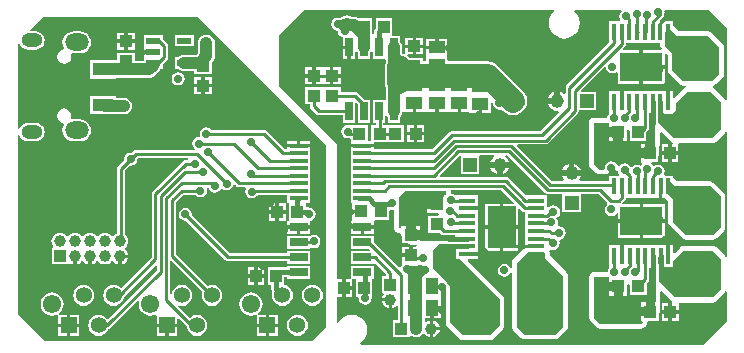
<source format=gbl>
%FSTAX23Y23*%
%MOIN*%
%SFA1B1*%

%IPPOS*%
%ADD12C,0.015748*%
%ADD16C,0.010000*%
%ADD17R,0.039370X0.043307*%
%ADD23R,0.043307X0.055118*%
%ADD24R,0.043307X0.039370*%
%ADD62C,0.039370*%
%ADD63C,0.023622*%
%ADD65C,0.078740*%
%ADD68R,0.053464X0.053464*%
%ADD69C,0.053464*%
%ADD70C,0.061024*%
%ADD71R,0.045275X0.045275*%
%ADD72C,0.045275*%
%ADD73R,0.045275X0.045275*%
%ADD74O,0.078740X0.057087*%
%ADD75O,0.070866X0.045275*%
%ADD76C,0.039370*%
%ADD77R,0.039370X0.039370*%
%ADD78R,0.039370X0.039370*%
%ADD79C,0.027559*%
%ADD80R,0.055118X0.043307*%
%ADD81R,0.025591X0.060039*%
%ADD82R,0.060039X0.025591*%
%ADD83R,0.060157X0.017126*%
%ADD84R,0.096850X0.139764*%
%ADD85R,0.058071X0.017716*%
%ADD86R,0.139764X0.096850*%
%ADD87R,0.017716X0.058071*%
%ADD88R,0.048031X0.023622*%
%ADD89R,0.068898X0.044882*%
%LNlebot-1*%
%LPD*%
G36*
X02041Y01141D02*
X02039Y0114D01*
X02034Y01133*
X02033Y01125*
X02034Y01116*
X02036Y01113*
X02034Y01108*
X02*
Y01038*
X01857Y00896*
X01855Y00891*
X01854Y00886*
Y00868*
X01849Y00866*
X01843Y00871*
X01836Y00873*
Y00842*
X01826*
Y00832*
X01795*
X01798Y00826*
X01803Y00819*
X0181Y00814*
X01818Y0081*
X01826Y00809*
X0183Y0081*
X01833Y00805*
X01769Y00741*
X01474*
X01469Y0074*
X01465Y00738*
X01409Y00681*
X01215*
Y00687*
X01139*
Y00677*
Y00652*
Y00627*
Y00602*
Y00577*
Y00552*
Y00527*
Y00502*
X01143*
Y0048*
X01171*
Y00468*
X01143*
Y00447*
Y00444*
X01139Y00442*
X01139*
Y00427*
X01215*
Y00439*
Y00442*
X01219Y00444*
X01265*
Y00476*
X0127Y0048*
X01274Y00479*
X01278Y0048*
X01282Y00477*
Y00421*
X01283Y00417*
X01283Y00415*
X01287Y00409*
X0129Y00406*
Y00406*
X01296Y00402*
X01302Y00401*
X01306Y00397*
Y00395*
X01308Y00389*
X01309Y00387*
Y00368*
X01327*
X01332Y00365*
X01338Y00363*
X01357*
X01359Y00361*
X01357Y00356*
X01344*
Y00328*
X01338*
Y00322*
X01309*
Y00301*
X01309Y00296*
X01305Y00289*
X01305Y00288*
X013Y00287*
X01215Y00371*
Y00392*
X01139*
Y0035*
X01199*
X01203Y00346*
X01201Y00342*
X01139*
Y003*
X01215*
X0122Y00302*
X01257Y00265*
Y00257*
X01243*
Y00202*
X01246*
X01249Y00197*
X01246Y00194*
X01243Y00187*
X01243Y00186*
X0127*
Y0018*
X01276*
Y00153*
X01277Y00153*
X01284Y00156*
X01289Y00159*
X01294Y00157*
Y00111*
X01279*
Y00056*
X01334*
Y00059*
X01339Y00062*
X01343Y00059*
X0135Y00056*
X01357Y00055*
X01364Y00056*
X01371Y00059*
X01376Y00064*
X01379Y00066*
X01385*
X01387Y00064*
X01393Y00059*
X014Y00056*
X01401Y00056*
Y00083*
Y0011*
X014Y0011*
X01393Y00107*
X01389Y00104*
X01384Y00106*
Y00118*
X01403*
Y00153*
X01409*
Y00159*
X01438*
Y00188*
Y00218*
X01409*
Y0023*
X01443*
X01443Y0023*
X01445Y00229*
X01446Y00228*
X01447Y00226*
X01448Y00225*
X01454Y00219*
Y00102*
X01455Y00096*
X01459Y00091*
X015Y00049*
X01505Y00046*
X01511Y00044*
X01602*
X01608Y00046*
X01613Y00049*
X01646Y00082*
X01649Y00087*
X0165Y00093*
Y00181*
X01649Y00187*
X01646Y00192*
X01528Y0031*
X0153Y00314*
X01562*
Y00325*
X01525*
Y00336*
X01526Y00337*
X01526Y00337*
X01526Y00337*
X01526Y00337*
X01562*
Y0034*
Y00366*
Y00391*
Y00417*
Y00442*
Y00468*
Y00479*
X01525*
Y00491*
X01562*
Y00494*
Y00527*
X01488*
X01484Y00529*
X0148Y00532*
X01472Y00533*
Y00543*
X01472Y00544*
X0164*
X01681Y00503*
X01679Y00499*
X01646*
Y00427*
X01697*
Y00481*
X01701Y00483*
X01709Y00475*
X01713Y00473*
X01718Y00472*
X01719*
Y00442*
Y00417*
Y00391*
Y00363*
X01756*
Y00356*
X01728Y00355*
X01725Y00354*
X01722Y00354*
X01722Y00354*
X01721Y00354*
X01719Y00352*
Y00352*
X01719Y00352*
X01716Y0035*
X0168Y00314*
X01677Y00309*
X01675Y00303*
Y00287*
X01671Y00286*
X0167Y00286*
X01666Y00293*
X01659Y00297*
X0165Y00299*
X01642Y00297*
X01634Y00293*
X0163Y00286*
X01628Y00277*
X0163Y00269*
X01634Y00261*
X01642Y00257*
X0165Y00255*
X01659Y00257*
X01666Y00261*
X0167Y00268*
X01671Y00269*
X01675Y00268*
Y0009*
X01677Y00084*
X0168Y00079*
X01707Y00052*
X01712Y00049*
X01718Y00047*
X0182*
X01827Y00049*
X01832Y00052*
X01857Y00078*
X01861Y00083*
X01862Y00089*
Y00259*
X01861Y00265*
X01857Y00271*
X01801Y00327*
Y00336*
X01801Y00337*
X01801Y00337*
X018Y0034*
X018Y00342*
X01801Y00344*
X01801Y00345*
X01803Y00346*
X01812Y00345*
X0182Y00346*
X01827Y00351*
X01832Y00358*
X01834Y00367*
X01832Y00375*
X01832Y00375*
X01834Y0038*
X01841Y00382*
X01848Y00386*
X01853Y00394*
X01854Y00402*
X01853Y00411*
X01848Y00418*
X01841Y00422*
X01832Y00424*
X0183Y00424*
X01828Y00428*
X01828Y00428*
X01829Y00437*
X01828Y00445*
X01823Y00452*
Y00452*
X01829Y00456*
X01834Y00463*
X01836Y00472*
X01834Y0048*
X01829Y00488*
X01822Y00492*
X01813Y00494*
X01805Y00492*
X01798Y00488*
X01796Y00488*
X01793Y00489*
Y00527*
X01722*
X01664Y00585*
X0166Y00588*
X01655Y00589*
X01435*
X01434Y00593*
X015Y0066*
X01505Y00658*
Y00657*
Y00599*
X01566*
Y00657*
Y0066*
X01571Y00662*
X01614*
X01616Y00657*
X01611Y00653*
X01606Y00646*
X01603Y00639*
X01666*
X01663Y00646*
X01658Y00653*
X01653Y00657*
X01654Y00662*
X0166*
X01786Y00535*
X01791Y00533*
X01796Y00532*
X01843*
Y00473*
X01904*
Y00532*
X01965*
X01993Y00504*
X01992Y00497*
X01991Y00496*
X01986Y00489*
X01984Y00481*
X01986Y00472*
X01991Y00465*
X01998Y0046*
X02006Y00459*
X02015Y0046*
X02022Y00465*
X02024Y00468*
X02029Y00467*
Y00447*
X02101*
Y00497*
X02045*
X02042Y00502*
X02052Y00512*
X02055Y00516*
X02056Y0052*
X02165*
Y00557*
X02177*
Y0052*
X02183*
X02183Y00519*
X02184Y00519*
X02184Y00519*
X02187Y00516*
X02187Y00516*
X02187Y00516*
X02196Y00507*
Y00438*
X02197Y00432*
X02201Y00427*
X02243Y00385*
X02248Y00381*
X02254Y0038*
X02347*
X02353Y00381*
X02358Y00385*
X02382Y00408*
X02385Y00414*
X02387Y0042*
Y00524*
X02385Y0053*
X02382Y00535*
X02347Y0057*
X02342Y00573*
X02336Y00575*
X02226*
X02215Y00586*
X02213Y00587*
Y00593*
X02184*
X02181Y00598*
X02182Y00599*
X02184Y00608*
X02182Y00616*
X02178Y00623*
X0217Y00628*
X02162Y0063*
X02153Y00628*
X0215Y00626*
X02146Y00624*
X02144Y00627*
X02141Y00631*
X0214Y00632*
X02141Y00637*
X02141Y00637*
X02143Y00638*
X02163*
Y00657*
X02166Y00662*
X02167Y00668*
Y00692*
X02168Y00693*
X02169Y00699*
Y00736*
X02174Y00738*
X02206Y00706*
X02211Y00702*
X02211Y00702*
X02209Y00697*
X02208*
Y00674*
X0223*
Y00696*
Y00697*
X02233Y00701*
X02343*
X02349Y00702*
X02355Y00706*
X02384Y00735*
X02387Y0074*
X02388Y0074*
X02392Y00738*
Y00324*
X02388Y00323*
X02387Y00323*
X02384Y00328*
X02357Y00355*
X02352Y00358*
X02345Y0036*
X02249*
X02242Y00358*
X02237Y00355*
X02234Y0035*
X02218Y00334*
X02213Y00336*
Y00362*
X02202*
Y00325*
X02196*
Y00325*
X02195Y00328*
X02195Y0033*
X02195Y00331*
X02194Y00332*
X02193Y00334*
X02192Y00336*
X02191Y00336*
X02191Y00337*
X0219Y00337*
Y00362*
X02049*
Y00325*
X02037*
Y00362*
X02*
Y00288*
X01999Y00284*
X01996Y0028*
X01994Y00272*
X01949*
X01943Y00271*
X01938Y00267*
X01934Y00262*
X01933Y00256*
Y00118*
X01934Y00112*
X01938Y00107*
X01958Y00087*
X01963Y00084*
X01969Y00082*
X02107*
X02113Y00084*
X02118Y00087*
X02123Y00092*
X02126Y00097*
X02127Y00103*
X02127Y00104*
X0213Y00107*
X02136*
X02142Y00109*
X02144Y0011*
X02164*
Y00129*
X02167Y00133*
X02168Y00139*
Y00164*
X02169Y00165*
X0217Y00171*
Y00206*
X02175Y00208*
X02208Y00175*
X0221Y00174*
X02209Y00172*
Y00145*
X02231*
Y00165*
Y00169*
X02235Y0017*
X02345*
X02352Y00172*
X02357Y00175*
X02384Y00202*
X02387Y00207*
X02388Y00207*
X02392Y00206*
Y0011*
X02312Y0003*
X01171*
X01169Y00035*
X01178Y00042*
X01186Y00052*
X01191Y00065*
X01193Y00078*
X01191Y00092*
X01186Y00104*
X01178Y00115*
X01167Y00123*
X01155Y00128*
X01141Y0013*
X01128Y00128*
X01115Y00123*
X01105Y00115*
X01097Y00104*
X01096Y00103*
X01091Y00104*
Y00188*
X0111*
Y00218*
Y00248*
X01091*
Y007*
X00899Y00892*
Y01062*
X00961Y01125*
X00983Y01146*
X01816*
X01817Y01141*
X01813Y01138*
X01805Y01128*
X018Y01115*
X01798Y01102*
X018Y01089*
X01805Y01076*
X01813Y01065*
X01824Y01057*
X01837Y01052*
X0185Y0105*
X01863Y01052*
X01876Y01057*
X01886Y01065*
X01895Y01076*
X019Y01089*
X01902Y01102*
X019Y01115*
X01895Y01128*
X01886Y01138*
X01882Y01141*
X01884Y01146*
X02039*
X02041Y01141*
G37*
G36*
X00629Y01123D02*
X0075Y01001D01*
X00891Y00859*
X01055Y00695*
Y00089*
X01008Y00043*
X00118*
X00028Y00132*
Y00728*
X00033Y00729*
X00035Y00723*
X0004Y00717*
X00047Y00712*
X00054Y00709*
X00062Y00708*
X00088*
X00096Y00709*
X00103Y00712*
X00109Y00717*
X00114Y00723*
X00117Y0073*
X00118Y00738*
X00117Y00746*
X00114Y00754*
X00109Y0076*
X00103Y00765*
X00096Y00768*
X00088Y00769*
X00062*
X00054Y00768*
X00047Y00765*
X0004Y0076*
X00035Y00754*
X00033Y00748*
X00028Y00749*
Y01033*
X00033Y01034*
X00035Y01028*
X0004Y01022*
X00047Y01017*
X00054Y01014*
X00062Y01013*
X00088*
X00096Y01014*
X00103Y01017*
X00109Y01022*
X00114Y01028*
X00117Y01036*
X00118Y01044*
X00117Y01052*
X00114Y01059*
X00109Y01065*
X00103Y0107*
X00096Y01073*
X00088Y01074*
X00072*
X0007Y01079*
X00114Y01123*
X00629*
G37*
G36*
X02226Y01058D02*
X0233D01*
X02367Y01021*
Y00932*
X02344Y00909*
X02246*
X0221Y00944*
Y01002*
X02187Y01026*
Y01034*
Y01059*
X02187Y0106*
X02188Y01086*
X02198*
X02226Y01058*
G37*
G36*
X0217Y01026D02*
D01*
X02172Y0102*
X02174Y01017*
X02172Y01012*
X02112*
Y00961*
X02184*
Y01*
X02188Y01002*
X02194Y00996*
Y00944*
X02195Y00938*
X02199Y00933*
X02234Y00898*
X02239Y00894*
X02246Y00893*
X02256*
X02257Y00888*
X02254Y00887*
X02249Y00884*
X02217Y00852*
X02212Y00854*
Y00876*
X02201*
Y0084*
X02192*
X0219Y00842*
X02189Y00843*
Y00876*
X02048*
Y0084*
X02036*
Y00876*
X02*
Y00803*
X01998Y00798*
X01995Y00794*
X01993Y00786*
X01948*
X01942Y00785*
X01937Y00782*
X01933Y00776*
X01932Y0077*
Y00632*
X01933Y00626*
X01937Y00621*
X01957Y00601*
X01962Y00598*
X01968Y00597*
X01983*
X01984Y00597*
X01984Y00597*
X01987Y00597*
X01989Y00598*
X0199Y00598*
X0199Y00599*
X01992Y006*
X01994Y00601*
X01995Y00602*
X01995Y00603*
X01998Y00606*
X01999Y00607*
X01999Y00608*
X02Y0061*
X02001Y00612*
X02001Y00613*
X02002Y00613*
Y00616*
X02002Y00618*
X02002Y00619*
Y00619*
X02002Y00622*
X02003Y00624*
X02005Y00625*
X02007Y00625*
X0201Y00625*
X02011Y00624*
X02013Y00621*
X02015Y00617*
X02019Y00613*
X02025Y0061*
X02029Y00609*
X0203Y00603*
X02033Y00598*
X02031Y00593*
X02*
Y00576*
X01901*
X01898Y00581*
X01902Y00585*
X01905Y00592*
X01874*
X01842*
X01845Y00585*
X01849Y00581*
X01846Y00576*
X01809*
X01692Y00693*
X01694Y00697*
X01788*
X01793Y00698*
X01797Y00701*
X01895Y00798*
X01897Y00803*
X01898Y00808*
Y00812*
X01955*
Y00873*
X01906*
X01905Y00877*
X01984Y00956*
X01989Y00954*
X0199Y00948*
X01995Y00941*
X02002Y00936*
X0201Y00934*
X02019Y00936*
X02023Y00939*
X02028Y00936*
Y00899*
X021*
Y00955*
Y01012*
X02045*
X02044Y01016*
X02051Y01024*
X02054Y01028*
X02055Y01033*
Y01034*
X0217*
Y01026*
G37*
G36*
X02392Y01085D02*
Y00846D01*
X02388Y00844*
X02387Y00844*
X02384Y00849*
X02349Y00884*
X02344Y00887*
X02344Y00893*
X02344Y00893*
X0235Y00894*
X02355Y00898*
X02378Y0092*
X02381Y00925*
X02383Y00932*
Y01021*
X02381Y01027*
X02378Y01033*
X02342Y01069*
X02336Y01072*
X0233Y01074*
X02233*
X02212Y01094*
Y01108*
X02172*
X0217Y01112*
X02179Y01121*
X02182Y01126*
X02183Y01131*
X02183Y01132*
X02184Y01137*
X02183Y01141*
X02187Y01146*
X02331*
X02392Y01085*
G37*
G36*
X02373Y00838D02*
Y00746D01*
X02343Y00717*
X02217*
X02169Y00765*
Y00801*
X02168Y00807*
X02164Y00812*
X02161Y00814*
Y00837*
X0217Y0084*
X02179Y00831*
Y00803*
X0218*
X02184Y00799*
X02208*
X02212Y00803*
X02212*
Y00803*
X02221Y00812*
Y00833*
X0226Y00873*
X02338*
X02373Y00838*
G37*
G36*
X02153Y00699D02*
X02151D01*
Y00668*
X02135*
Y00652*
X02106*
Y00636*
X02108*
X0211Y00632*
X0211Y00631*
X02105Y00624*
X02099Y00628*
X02091Y0063*
X02083Y00628*
X02075Y00623*
X02075Y00623*
X02069*
X02066Y00627*
X02059Y00632*
X02051Y00634*
X02042Y00632*
X02035Y00627*
X02033Y00625*
X02028Y00626*
X02028Y00628*
X02023Y00635*
X02016Y0064*
X02007Y00642*
X01999Y0064*
X01992Y00635*
X01987Y00628*
X01985Y0062*
X01986Y00617*
X01983Y00613*
X01968*
X01948Y00632*
Y0077*
X01999*
Y00754*
X02029*
Y00739*
X02044*
Y00707*
X02058*
Y00744*
X02063Y00746*
X02068Y00741*
Y00709*
X02123*
Y00738*
X02128Y00743*
X02131Y00747*
X02132Y00752*
Y00801*
X02153*
Y00699*
G37*
G36*
X02219Y00559D02*
X02336D01*
X02371Y00524*
Y0042*
X02347Y00396*
X02254*
X02212Y00438*
Y00513*
X02198Y00527*
X02196Y0053*
X02199Y00573*
X02203Y00574*
X02219Y00559*
G37*
G36*
X01455Y00528D02*
X0144D01*
Y00498*
X01425*
Y00482*
X01393*
Y00468*
X0143*
X01431Y00464*
X01426Y00459*
X01395*
Y00403*
X01434*
X01438Y00399*
X01443Y00396*
X01448Y00395*
X01486*
Y00374*
X0137*
Y00379*
X01338*
Y00395*
X01322*
Y00425*
X01306*
Y00419*
X01302Y00417*
X01298Y00421*
Y00522*
X01319Y00543*
X01455*
Y00528*
G37*
G36*
X02373Y00316D02*
Y00214D01*
X02345Y00187*
X02219*
X0217Y00235*
Y00286*
X02169Y00292*
X02165Y00298*
X02162Y003*
Y00323*
X02166Y00326*
X0218Y00325*
Y00288*
X02213*
Y00307*
X02249Y00342*
Y00343*
X02345*
X02373Y00316*
G37*
G36*
X02154Y00171D02*
X02152D01*
Y00139*
X02136*
Y00124*
X02107*
Y00108*
X02109*
X02111Y00103*
X02107Y00098*
X01969*
X01949Y00118*
Y00256*
X01995*
X02Y00255*
Y00239*
X0203*
Y00224*
X02045*
Y00192*
X02059*
Y0023*
X02064Y00232*
X02069Y00227*
Y00194*
X02124*
Y00233*
X02129Y00237*
X02132Y00242*
X02133Y00247*
Y00286*
X02154*
Y00171*
G37*
G36*
X01785Y00336D02*
Y0032D01*
X01846Y00259*
Y00089*
X0182Y00063*
X01718*
X01691Y0009*
Y00303*
X01728Y00339*
X01781Y0034*
X01785Y00336*
G37*
G36*
X01518Y00352D02*
X01515Y00348D01*
X01488*
Y00314*
X015*
X01634Y00181*
Y00093*
X01602Y00061*
X01511*
X0147Y00102*
Y00226*
X01459Y00236*
X01458Y00239*
X01456Y0024*
X01438Y00257*
Y00259*
X01437*
X01411Y00285*
Y00343*
X01425Y00357*
X01486*
X01492Y00359*
X01497Y00362*
X01499Y00366*
X01517*
X01518Y00352*
G37*
%LNlebot-2*%
%LPC*%
G36*
X01125Y01128D02*
X01117Y01126D01*
X0111Y01121*
X0111Y01121*
X01106Y01121*
X01101Y01119*
X01094Y0112*
X01086Y01118*
X01078Y01114*
X01074Y01106*
X01072Y01098*
X01074Y01089*
X01078Y01082*
X01086Y01078*
X01093Y01076*
X01094Y01074*
X01096Y01073*
X01097Y01066*
X01102Y01059*
X01109Y01054*
X01111Y01054*
Y01026*
X01132*
Y01021*
X01138*
Y00983*
X01152*
Y01006*
X01157Y01007*
X01158Y01007*
X01161Y01002*
Y00983*
X01202*
Y01002*
X01206Y01007*
X01206Y01007*
X01211Y01006*
Y00983*
X01252*
X01254Y00978*
Y00969*
X01253Y00966*
X01251Y00954*
Y00904*
X01253Y00892*
X01254Y00889*
Y00849*
X01252Y00845*
X01249*
X01211*
Y00769*
X01221*
Y00763*
X01206*
Y0071*
X01194*
Y00763*
X01139*
X01134Y00761*
X01129Y00762*
X0112Y00761*
X01113Y00756*
X01108Y00749*
X01107Y0074*
X01108Y00732*
X01113Y00725*
X0112Y0072*
X01129Y00718*
X01134Y00719*
X01139Y00716*
X01139Y00716*
Y0071*
X01139*
Y00699*
X01215*
Y00704*
X01314*
Y00763*
X01247*
Y00769*
X01252*
Y00793*
X01257Y00794*
X01258Y00793*
X01261Y00789*
Y00769*
X01302*
Y00789*
X01306Y00793*
X01309Y008*
X01309Y00806*
X01314Y00806*
X01344*
Y00836*
X01356*
Y00806*
X01384*
X01385*
X01389*
X0139*
X01419*
Y00836*
X01431*
Y00806*
X01459*
X0146*
X01464*
X01465*
X01494*
Y00836*
X01505*
Y00806*
X01531*
X01535Y00803*
X01539*
X01564*
Y00832*
X01576*
Y00803*
X01606*
Y00836*
X01611Y00839*
X01612Y00838*
X01611Y00836*
X01613Y00827*
X01618Y0082*
X01625Y00815*
X01633Y00813*
X01639Y00815*
X01645Y00808*
X01655Y00801*
X01666Y00796*
X01679Y00794*
X01691Y00796*
X01702Y00801*
X01712Y00808*
X0172Y00818*
X01722Y00823*
X01725Y00827*
X01726Y00836*
X01726Y00838*
X01726Y00842*
X01725Y00854*
X0172Y00866*
X01712Y00876*
X01693Y00895*
X01628Y0096*
X01618Y00967*
X01607Y00972*
X01595Y00974*
X01464*
X0146Y00977*
Y00991*
Y00996*
Y01015*
X01425*
X01389*
Y00996*
Y00991*
Y00986*
Y00974*
X01379*
Y00985*
X01334*
X01332Y00987*
X01326Y00992*
X01328Y00997*
X01344*
Y01019*
X0132*
Y01001*
X01315Y00998*
X01311Y01*
X0131Y01*
Y01021*
X01309Y01028*
X01306Y01034*
X01302Y01039*
Y01058*
X01276*
Y01117*
X01221*
Y01083*
X0122Y01082*
X01217Y01077*
X01216Y01071*
Y01063*
X01215Y01063*
X01214Y01063*
X0121Y01065*
Y01087*
X01209Y01089*
Y01117*
X01164*
X01163Y01118*
X01156Y01121*
X01149Y01122*
X01141*
X01134Y01126*
X01125Y01128*
G37*
G36*
X01379Y01052D02*
X01356D01*
Y0103*
X01379*
Y01052*
G37*
G36*
X01344D02*
X0132D01*
Y0103*
X01344*
Y01052*
G37*
G36*
X0146Y0105D02*
X01431D01*
Y01026*
X0146*
Y0105*
G37*
G36*
X01419D02*
X01389D01*
Y01026*
X01419*
Y0105*
G37*
G36*
X01379Y01019D02*
X01356D01*
Y00997*
X01379*
Y01019*
G37*
G36*
X01126Y01015D02*
X01111D01*
Y00983*
X01126*
Y01015*
G37*
G36*
X01009Y00954D02*
X00986D01*
Y00932*
X01009*
Y00954*
G37*
G36*
X0108D02*
Y00932D01*
X01104*
Y00954*
X0108*
G37*
G36*
X01104Y0092D02*
X0108D01*
Y00899*
X01104*
Y0092*
G37*
G36*
X01009D02*
X00986D01*
Y00899*
X01009*
Y0092*
G37*
G36*
X01045Y00954D02*
X0104D01*
X01021*
Y00926*
X01015*
X01021*
Y00899*
X0104*
X01045*
X0105*
X01068*
Y00926*
Y00954*
X0105*
X01045*
G37*
G36*
X01816Y00873D02*
X0181Y00871D01*
X01803Y00865*
X01798Y00858*
X01795Y00852*
X01816*
Y00873*
G37*
G36*
X01045Y00887D02*
D01*
X00986*
Y00832*
X01002*
Y00824*
X01003Y00819*
X01006Y00814*
X01023Y00798*
X01027Y00795*
X01032Y00794*
X01111*
Y00769*
X01152*
Y00835*
X01157Y00837*
X01161Y00833*
Y00769*
X01202*
Y00845*
X01186*
X01162Y00868*
X01158Y00871*
X01153Y00872*
X01104*
Y00887*
X0105*
X01045*
G37*
G36*
X01381Y00763D02*
X0136D01*
Y00739*
X01381*
Y00763*
G37*
G36*
X01348D02*
X01326D01*
Y00739*
X01348*
Y00763*
G37*
G36*
X01381Y00727D02*
X0136D01*
Y00704*
X01381*
Y00727*
G37*
G36*
X01348D02*
X01326D01*
Y00704*
X01348*
Y00727*
G37*
G36*
X02196Y00697D02*
X02175D01*
Y00674*
X02196*
Y00697*
G37*
G36*
X0223Y00662D02*
X02208D01*
Y00638*
X0223*
Y00662*
G37*
G36*
X02196D02*
X02175D01*
Y00638*
X02196*
Y00662*
G37*
G36*
X01666Y0062D02*
X01644D01*
Y00598*
X01651Y00601*
X01658Y00606*
X01663Y00613*
X01666Y0062*
G37*
G36*
X01625D02*
X01603D01*
X01606Y00613*
X01611Y00606*
X01618Y00601*
X01625Y00598*
Y0062*
G37*
G36*
X02185Y00497D02*
X02113D01*
Y00447*
X02185*
Y00497*
G37*
G36*
X01635Y00499D02*
X01584D01*
Y00427*
X01635*
Y00499*
G37*
G36*
X01215Y00415D02*
X01183D01*
Y004*
X01215*
Y00415*
G37*
G36*
X01171D02*
X01139D01*
Y004*
X01171*
Y00415*
G37*
G36*
X02185Y00435D02*
X02113D01*
Y00385*
X02185*
Y00435*
G37*
G36*
X02101D02*
X02029D01*
Y00385*
X02101*
Y00435*
G37*
G36*
X01697Y00415D02*
X01646D01*
Y00343*
X01697*
Y00415*
G37*
G36*
X01635D02*
X01584D01*
Y00343*
X01635*
Y00415*
G37*
G36*
X01332Y00356D02*
X01309D01*
Y00334*
X01332*
Y00356*
G37*
G36*
X01143Y00212D02*
X01122D01*
Y00188*
X01143*
Y00212*
G37*
G36*
X01215Y00292D02*
X01139D01*
Y00253*
Y0025*
X01135Y00248*
X01122*
Y00224*
X01143*
Y00245*
Y00248*
X01147Y0025*
X01151*
X01155Y00248*
Y00188*
X01161*
X01164Y00185*
X01164Y00185*
X01166Y00176*
X01171Y00169*
X01178Y00164*
X01187Y00162*
X01195Y00164*
X01202Y00169*
X01207Y00176*
X01209Y00184*
X0121Y00188*
Y00193*
Y00248*
X01214Y0025*
X01215*
Y00292*
G37*
G36*
X01264Y00174D02*
X01243D01*
X01243Y00172*
X01246Y00166*
X01251Y0016*
X01256Y00156*
X01263Y00153*
X01264Y00153*
Y00174*
G37*
G36*
X02197Y00169D02*
X02176D01*
Y00145*
X02197*
Y00169*
G37*
G36*
X01438Y00147D02*
X01415D01*
Y00118*
X01438*
Y00147*
G37*
G36*
X02231Y00133D02*
X02209D01*
Y0011*
X02231*
Y00133*
G37*
G36*
X02197D02*
X02176D01*
Y0011*
X02197*
Y00133*
G37*
G36*
X01413Y0011D02*
Y00089D01*
X01434*
X01434Y0009*
X01431Y00097*
X01426Y00103*
X01421Y00107*
X01414Y0011*
X01413Y0011*
G37*
G36*
X01434Y00077D02*
X01413D01*
Y00056*
X01414Y00056*
X01421Y00059*
X01426Y00064*
X01431Y00069*
X01434Y00076*
X01434Y00077*
G37*
G36*
X00419Y01068D02*
X00395D01*
Y01047*
X00419*
Y01068*
G37*
G36*
X00383D02*
X0036D01*
Y01047*
X00383*
Y01068*
G37*
G36*
X00615Y01063D02*
X00551D01*
Y01024*
X00615*
Y01063*
G37*
G36*
X00419Y01035D02*
X00395D01*
Y01013*
X00419*
Y01035*
G37*
G36*
X00383D02*
X0036D01*
Y01013*
X00383*
Y01035*
G37*
G36*
X00235Y01074D02*
X00214D01*
X00204Y01073*
X00195Y01069*
X00188Y01064*
X00182Y01056*
X00178Y01047*
X00177Y01038*
X00178Y01028*
X00182Y01019*
X00183Y01018*
X0018Y01013*
X00174Y01012*
X00166Y01006*
X00161Y00999*
X00159Y00989*
X00161Y0098*
X00166Y00972*
X00174Y00967*
X00183Y00965*
X00192Y00967*
X002Y00972*
X00205Y0098*
X00207Y00989*
X00206Y00997*
X00208Y01001*
X0021Y01001*
X00214Y01001*
X00235*
X00245Y01002*
X00254Y01006*
X00261Y01012*
X00267Y01019*
X00271Y01028*
X00272Y01038*
X00271Y01047*
X00267Y01056*
X00261Y01064*
X00254Y01069*
X00245Y01073*
X00235Y01074*
G37*
G36*
X00512Y01063D02*
X00448D01*
Y01024*
Y01012*
X0048*
Y01*
X00448*
Y00974*
X00419*
Y01001*
X0036*
Y00977*
X00355Y00977*
X0027*
Y00916*
X00355*
Y00919*
X00464*
X00471Y0092*
X00478Y00922*
X00484Y00927*
X00498Y0094*
X00502Y00946*
X00503Y00949*
X00512*
Y00965*
X00526Y00979*
X00529Y00983*
X0053Y00988*
Y01026*
X00529Y01031*
X00526Y01035*
X00512Y01049*
Y01063*
G37*
G36*
X00657Y01063D02*
X0065Y01062D01*
X00643Y01059*
X00637Y01055*
X00633Y01049*
X0063Y01042*
X00629Y01035*
Y01003*
X00622Y00996*
X00583*
X00576Y00995*
X00569Y00993*
X00563Y00988*
X00551*
Y00949*
X00563*
X00569Y00944*
X00576Y00942*
X00583Y00941*
X00616*
Y00933*
X00675*
Y0097*
X00677Y00972*
X00681Y00978*
X00684Y00984*
X00685Y00992*
Y01035*
X00684Y01042*
X00681Y01049*
X00677Y01055*
X00671Y01059*
X00664Y01062*
X00657Y01063*
G37*
G36*
X00675Y00921D02*
X00651D01*
Y00899*
X00675*
Y00921*
G37*
G36*
X00639D02*
X00616D01*
Y00899*
X00639*
Y00921*
G37*
G36*
X00563Y00938D02*
X00555Y00936D01*
X00547Y00931*
X00543Y00924*
X00541Y00916*
X00543Y00907*
X00547Y009*
X00555Y00895*
X00563Y00894*
X00571Y00895*
X00579Y009*
X00583Y00907*
X00585Y00916*
X00583Y00924*
X00579Y00931*
X00571Y00936*
X00563Y00938*
G37*
G36*
X00675Y00887D02*
X00651D01*
Y00866*
X00675*
Y00887*
G37*
G36*
X00639D02*
X00616D01*
Y00866*
X00639*
Y00887*
G37*
G36*
X00355Y0086D02*
X0027D01*
Y008*
X00306*
X00311Y00797*
X00318Y00797*
X00381*
X00388Y00797*
X00395Y008*
X004Y00805*
X00405Y0081*
X00408Y00817*
X00408Y00824*
X00408Y00831*
X00405Y00838*
X004Y00844*
X00395Y00848*
X00388Y00851*
X00381Y00852*
X00355*
Y0086*
G37*
G36*
X00657Y00754D02*
X00649Y00752D01*
X00641Y00747*
X00637Y0074*
X00635Y00732*
X00636Y00726*
X00632Y00722*
X00631Y00722*
X00623Y00721*
X00615Y00716*
X00611Y00709*
X00609Y007*
X00611Y00692*
X00615Y00685*
X00618Y00683*
X00616Y00678*
X00422*
X00417Y00677*
X00412Y00674*
X00408Y0067*
X00405Y0067*
X00397Y00669*
X00389Y00664*
X00385Y00657*
X00383Y00648*
X00384Y00645*
X00362Y00624*
X00359Y0062*
X00358Y00615*
Y004*
X00354Y00398*
X00349Y00394*
X00346Y00391*
X0034*
X00338Y00394*
X00332Y00398*
X00325Y00401*
X00318Y00402*
X00311Y00401*
X00304Y00398*
X00299Y00394*
X00296Y00391*
X0029*
X00288Y00394*
X00282Y00398*
X00275Y00401*
X00268Y00402*
X00261Y00401*
X00254Y00398*
X00249Y00394*
X00246Y00391*
X0024*
X00238Y00394*
X00232Y00398*
X00225Y00401*
X00218Y00402*
X00211Y00401*
X00204Y00398*
X00199Y00394*
X00196Y00391*
X0019*
X00188Y00394*
X00182Y00398*
X00175Y00401*
X00168Y00402*
X00161Y00401*
X00154Y00398*
X00149Y00394*
X00144Y00388*
X00141Y00381*
X0014Y00374*
X00141Y00367*
X00144Y0036*
X00147Y00357*
X00144Y00352*
X00141*
Y00297*
X00196*
Y003*
X00201Y00303*
X00204Y003*
X00211Y00297*
X00212Y00297*
Y00324*
X00224*
Y00297*
X00225Y00297*
X00232Y003*
X00238Y00305*
X0024Y00308*
X00246*
X00249Y00305*
X00254Y003*
X00261Y00297*
X00262Y00297*
Y00324*
X00274*
Y00297*
X00275Y00297*
X00282Y003*
X00288Y00305*
X0029Y00308*
X00296*
X00299Y00305*
X00304Y003*
X00311Y00297*
X00318Y00297*
X00325Y00297*
X00332Y003*
X00338Y00305*
X0034Y00308*
X00346*
X00349Y00305*
X00354Y003*
X00361Y00297*
X00362Y00297*
Y00324*
X00368*
Y0033*
X00395*
X00395Y00331*
X00392Y00338*
X00388Y00344*
X00385Y00346*
Y00352*
X00388Y00355*
X00392Y0036*
X00395Y00367*
X00396Y00374*
X00395Y00381*
X00392Y00388*
X00388Y00394*
X00385Y00396*
Y00609*
X00402Y00627*
X00405Y00626*
X00413Y00628*
X00421Y00633*
X00425Y0064*
X00427Y00648*
X00431Y00652*
X00594*
X00597Y00647*
X00596Y00646*
X00589*
X00584Y00645*
X0058Y00643*
X00478Y00541*
X00475Y00537*
X00474Y00532*
Y0032*
X00373Y00219*
X00372Y00219*
X00365Y00224*
X00357Y00228*
X00348Y00229*
X00338Y00228*
X0033Y00224*
X00323Y00219*
X00317Y00211*
X00314Y00203*
X00313Y00194*
X00314Y00185*
X00317Y00177*
X00323Y00169*
X0033Y00164*
X00338Y0016*
X00348Y00159*
X00357Y0016*
X00365Y00164*
X00372Y00169*
X00378Y00177*
X00381Y00185*
X00382Y0019*
X00488Y00296*
X00492Y00294*
Y00278*
X00329Y00116*
X00324Y00116*
X00322Y00119*
X00315Y00124*
X00307Y00128*
X00298Y00129*
X00288Y00128*
X0028Y00124*
X00273Y00119*
X00267Y00111*
X00264Y00103*
X00263Y00094*
X00264Y00085*
X00267Y00077*
X00273Y00069*
X0028Y00064*
X00288Y0006*
X00298Y00059*
X00307Y0006*
X00315Y00064*
X00322Y00069*
X00328Y00077*
X0033Y00082*
X00331Y00082*
X00336Y00085*
X00429Y00178*
X00433Y00175*
X00433Y00175*
X00432Y00165*
X00433Y00155*
X00437Y00145*
X00443Y00137*
X00451Y00131*
X0046Y00127*
X0047Y00126*
X0048Y00127*
X00485Y00129*
X00489Y00128*
X00491Y00126*
Y00125*
Y001*
X0056*
Y00115*
X00565Y00117*
X00591Y0009*
X00592Y00085*
X00595Y00077*
X00601Y00069*
X00608Y00064*
X00616Y0006*
X00625Y00059*
X00635Y0006*
X00643Y00064*
X0065Y00069*
X00656Y00077*
X00659Y00085*
X0066Y00094*
X00659Y00103*
X00656Y00111*
X0065Y00119*
X00643Y00124*
X00635Y00128*
X00625Y00129*
X00616Y00128*
X00608Y00124*
X00601Y00119*
X006Y00119*
X00561Y00157*
X00564Y00161*
X00566Y0016*
X00575Y00159*
X00585Y0016*
X00593Y00164*
X006Y00169*
X00606Y00177*
X00609Y00185*
X0061Y00194*
X00609Y00203*
X00606Y00211*
X006Y00219*
X00593Y00224*
X00585Y00228*
X00575Y00229*
X00566Y00228*
X00558Y00224*
X00551Y00219*
X00545Y00211*
X00542Y00203*
X00541Y00199*
X00536Y00199*
Y00308*
X00541Y0031*
X00643Y00207*
X00642Y00203*
X00641Y00194*
X00642Y00185*
X00645Y00177*
X00651Y00169*
X00658Y00164*
X00666Y0016*
X00675Y00159*
X00685Y0016*
X00693Y00164*
X007Y00169*
X00706Y00177*
X00709Y00185*
X0071Y00194*
X00709Y00203*
X00706Y00211*
X007Y00219*
X00693Y00224*
X00685Y00228*
X00675Y00229*
X00666Y00228*
X00662Y00226*
X00556Y00332*
Y00506*
X0058Y0053*
X0062*
X00622Y00527*
X00629Y00522*
X00637Y00521*
X00646Y00522*
X00653Y00527*
X00658Y00534*
X00659Y00543*
X00658Y0055*
X0066Y00553*
X00661Y00555*
X00663Y00555*
X00664Y0055*
X00669Y00543*
X00676Y00538*
X00685Y00536*
X00693Y00538*
X007Y00543*
X00704Y00548*
X00707Y0055*
X0071Y0055*
X00715Y00546*
X00724Y00544*
X00732Y00546*
X0074Y00551*
X00744Y00558*
X00745Y00563*
X00751Y00564*
X00756Y00559*
X0076Y00556*
X00765Y00555*
X00786*
X00789Y0055*
X00788Y00548*
X00786Y0054*
X00788Y00531*
X00792Y00524*
X008Y00519*
X00808Y00517*
X00817Y00519*
X00824Y00524*
X00828Y0053*
X00926*
Y00502*
X00928*
X00933Y00501*
Y00442*
X00928Y00442*
X00926*
Y00427*
X01001*
Y00437*
Y00442*
X01006Y00443*
X01008Y00444*
X01015Y00448*
X0102Y00456*
X01022Y00464*
X0102Y00473*
X01015Y0048*
X01008Y00484*
X01Y00486*
X00999Y00486*
X00998Y00487*
X00992Y00488*
X00988Y00491*
Y00501*
X00993Y00502*
X01002*
Y00527*
Y00552*
Y00577*
Y00602*
Y00627*
Y00652*
Y00677*
Y00687*
X00926*
Y00681*
X00917*
X00858Y00741*
X00853Y00744*
X00848Y00745*
X00674*
X00673Y00747*
X00665Y00752*
X00657Y00754*
G37*
G36*
X00183Y00817D02*
X00174Y00815D01*
X00166Y0081*
X00161Y00802*
X00159Y00793*
X00161Y00783*
X00166Y00776*
X00174Y0077*
X0018Y00769*
X00183Y00764*
X00182Y00763*
X00178Y00754*
X00177Y00744*
X00178Y00735*
X00182Y00726*
X00188Y00718*
X00195Y00713*
X00204Y00709*
X00214Y00708*
X00235*
X00245Y00709*
X00254Y00713*
X00261Y00718*
X00267Y00726*
X00271Y00735*
X00272Y00744*
X00271Y00754*
X00267Y00763*
X00261Y0077*
X00254Y00776*
X00245Y0078*
X00235Y00781*
X00214*
X0021Y00781*
X00208Y00781*
X00206Y00785*
X00207Y00793*
X00205Y00802*
X002Y0081*
X00192Y00815*
X00183Y00817*
G37*
G36*
X01002Y0071D02*
X0097D01*
Y00699*
X01002*
Y0071*
G37*
G36*
X00958D02*
X00926D01*
Y00699*
X00958*
Y0071*
G37*
G36*
X00921Y00501D02*
X00899D01*
Y00478*
X00921*
Y00501*
G37*
G36*
X00887D02*
X00866D01*
Y00478*
X00887*
Y00501*
G37*
G36*
X00921Y00466D02*
X00899D01*
Y00442*
X00921*
Y00466*
G37*
G36*
X00887D02*
X00866D01*
Y00442*
X00887*
Y00466*
G37*
G36*
X01001Y00415D02*
X0097D01*
Y004*
X01001*
Y00415*
G37*
G36*
X00958D02*
X00926D01*
Y004*
X00958*
Y00415*
G37*
G36*
X01015Y00396D02*
X01007Y00394D01*
X01003Y00391*
X01001Y00392*
X00926*
Y0035*
X01001*
Y00351*
X01006Y00354*
X01007Y00353*
X01015Y00351*
X01024Y00353*
X01031Y00358*
X01036Y00365*
X01037Y00374*
X01036Y00382*
X01031Y00389*
X01024Y00394*
X01015Y00396*
G37*
G36*
X00586Y00486D02*
X00578Y00484D01*
X00571Y0048*
X00566Y00473*
X00564Y00464*
X00566Y00456*
X00571Y00448*
X00578Y00444*
X00586Y00442*
X00589Y00443*
X0072Y00312*
X00724Y00309*
X00729Y00308*
X00926*
Y003*
X01001*
Y00342*
X00926*
Y00334*
X00735*
X00608Y00461*
X00608Y00464*
X00607Y00473*
X00602Y0048*
X00595Y00484*
X00586Y00486*
G37*
G36*
X00395Y00318D02*
X00374D01*
Y00297*
X00375Y00297*
X00382Y003*
X00388Y00305*
X00392Y0031*
X00395Y00317*
X00395Y00318*
G37*
G36*
X01001Y00292D02*
X00926D01*
Y00287*
X00917*
Y00289*
X00862*
Y0023*
X00873*
Y00215*
X00874Y00209*
X00877Y00205*
X00876Y00203*
X00875Y00194*
X00876Y00185*
X0088Y00177*
X00885Y00169*
X00893Y00164*
X00901Y0016*
X0091Y00159*
X00919Y0016*
X00928Y00164*
X00935Y00169*
X0094Y00177*
X00944Y00185*
X00945Y00194*
X00944Y00203*
X0094Y00211*
X00935Y00219*
X00928Y00224*
X00921Y00227*
X00917Y0023*
Y00255*
X00926*
Y0025*
X01001*
Y00292*
G37*
G36*
X0085Y00289D02*
X00828D01*
Y00265*
X0085*
Y00289*
G37*
G36*
X00816D02*
X00795D01*
Y00265*
X00816*
Y00289*
G37*
G36*
X0085Y00253D02*
X00828D01*
Y0023*
X0085*
Y00253*
G37*
G36*
X00816D02*
X00795D01*
Y0023*
X00816*
Y00253*
G37*
G36*
X0101Y00229D02*
X01001Y00228D01*
X00993Y00224*
X00985Y00219*
X0098Y00211*
X00976Y00203*
X00975Y00194*
X00976Y00185*
X0098Y00177*
X00985Y00169*
X00993Y00164*
X01001Y0016*
X0101Y00159*
X01019Y0016*
X01028Y00164*
X01035Y00169*
X0104Y00177*
X01044Y00185*
X01045Y00194*
X01044Y00203*
X0104Y00211*
X01035Y00219*
X01028Y00224*
X01019Y00228*
X0101Y00229*
G37*
G36*
X00248D02*
X00238Y00228D01*
X0023Y00224*
X00223Y00219*
X00217Y00211*
X00214Y00203*
X00213Y00194*
X00214Y00185*
X00217Y00177*
X00223Y00169*
X0023Y00164*
X00238Y0016*
X00248Y00159*
X00257Y0016*
X00265Y00164*
X00272Y00169*
X00278Y00177*
X00281Y00185*
X00282Y00194*
X00281Y00203*
X00278Y00211*
X00272Y00219*
X00265Y00224*
X00257Y00228*
X00248Y00229*
G37*
G36*
X00866Y00129D02*
Y001D01*
X00895*
Y00129*
X00866*
G37*
G36*
X00805Y00204D02*
X00795Y00202D01*
X00786Y00198*
X00778Y00192*
X00771Y00184*
X00768Y00175*
X00766Y00165*
X00768Y00155*
X00771Y00145*
X00778Y00137*
X00786Y00131*
X00795Y00127*
X00805Y00126*
X00815Y00127*
X0082Y00129*
X00824Y00128*
X00826Y00126*
Y00125*
Y001*
X00854*
Y00129*
X0083*
X0083*
X00829*
X00828Y00131*
X0083Y00135*
X00832Y00137*
X00839Y00145*
X00842Y00155*
X00844Y00165*
X00842Y00175*
X00839Y00184*
X00832Y00192*
X00824Y00198*
X00815Y00202*
X00805Y00204*
G37*
G36*
X00203Y00129D02*
Y001D01*
X00232*
Y00129*
X00203*
G37*
G36*
X00142Y00204D02*
X00132Y00202D01*
X00123Y00198*
X00115Y00192*
X00109Y00184*
X00105Y00175*
X00104Y00165*
X00105Y00155*
X00109Y00145*
X00115Y00137*
X00123Y00131*
X00132Y00127*
X00142Y00126*
X00152Y00127*
X00157Y00129*
X00162Y00128*
X00163Y00126*
Y00125*
Y001*
X00192*
Y00129*
X00167*
X00167*
X00166*
X00166Y00131*
X00167Y00135*
X0017Y00137*
X00176Y00145*
X0018Y00155*
X00181Y00165*
X0018Y00175*
X00176Y00184*
X0017Y00192*
X00162Y00198*
X00152Y00202*
X00142Y00204*
G37*
G36*
X00895Y00088D02*
X00866D01*
Y00059*
X00895*
Y00088*
G37*
G36*
X00854D02*
X00826D01*
Y00059*
X00854*
Y00088*
G37*
G36*
X0056D02*
X00531D01*
Y00059*
X0056*
Y00088*
G37*
G36*
X0052D02*
X00491D01*
Y00059*
X0052*
Y00088*
G37*
G36*
X00232D02*
X00203D01*
Y00059*
X00232*
Y00088*
G37*
G36*
X00192D02*
X00163D01*
Y00059*
X00192*
Y00088*
G37*
G36*
X0096Y00129D02*
X00951Y00128D01*
X00943Y00124*
X00935Y00119*
X0093Y00111*
X00926Y00103*
X00925Y00094*
X00926Y00085*
X0093Y00077*
X00935Y00069*
X00943Y00064*
X00951Y0006*
X0096Y00059*
X00969Y0006*
X00978Y00064*
X00985Y00069*
X0099Y00077*
X00994Y00085*
X00995Y00094*
X00994Y00103*
X0099Y00111*
X00985Y00119*
X00978Y00124*
X00969Y00128*
X0096Y00129*
G37*
G36*
X02184Y00949D02*
X02112D01*
Y00899*
X02184*
Y00949*
G37*
G36*
X01883Y00633D02*
Y00612D01*
X01905*
X01902Y00618*
X01897Y00625*
X0189Y0063*
X01883Y00633*
G37*
G36*
X01864D02*
X01857Y0063D01*
X0185Y00625*
X01845Y00618*
X01842Y00612*
X01864*
Y00633*
G37*
G36*
X02013Y00723D02*
X01999D01*
Y00707*
X02013*
Y00723*
G37*
G36*
X0212Y00699D02*
X02106D01*
Y00684*
X0212*
Y00699*
G37*
G36*
X01409Y00528D02*
X01393D01*
Y00514*
X01409*
Y00528*
G37*
G36*
X0137Y00425D02*
X01354D01*
Y00411*
X0137*
Y00425*
G37*
G36*
X02014Y00208D02*
X02D01*
Y00192*
X02014*
Y00208*
G37*
G36*
X02121Y00171D02*
X02107D01*
Y00155*
X02121*
Y00171*
G37*
%LNlebot-3*%
%LPD*%
G54D12*
X01216Y00499D02*
X01271D01*
X01164Y00517D02*
X01198D01*
X01187Y00185D02*
Y00262D01*
X01198Y00517D02*
X01216Y00499D01*
X01271D02*
X01274Y00501D01*
X0217Y00775D02*
X02183Y00761D01*
X0217Y00775D02*
Y0084D01*
X02171Y00246D02*
X02192Y00225D01*
X02171Y00246D02*
Y00325D01*
X01177Y00271D02*
X01187Y00262D01*
X00992Y00472D02*
X01Y00464D01*
X01232Y01071D02*
X01249Y01087D01*
X01232Y01021D02*
Y01071D01*
X0142Y0034D02*
X01437Y00357D01*
X01525*
X0096Y00515D02*
X00964Y00518D01*
X0096Y00472D02*
Y00515D01*
Y00472D02*
X00992D01*
X00901Y00271D02*
X00964D01*
X00889Y00259D02*
X00901Y00271D01*
X00889Y00215D02*
Y00259D01*
Y00215D02*
X0091Y00194D01*
X01465Y00382D02*
X01525D01*
X02145Y00272D02*
Y00325D01*
X02144Y00769D02*
Y0084D01*
G54D16*
X01015Y00926D02*
X01074D01*
X02127Y01127D02*
X02128Y01126D01*
X01338Y00328D02*
X01349Y00317D01*
X01379*
X01641Y00398D02*
Y00421D01*
X01682Y00357D02*
X01756D01*
X01641Y00398D02*
X01682Y00357D01*
X01796Y00382D02*
X01812Y00367D01*
X0212Y0061D02*
X02126Y00616D01*
X02047Y00786D02*
X02051D01*
X02015D02*
Y00839D01*
X00371Y00368D02*
Y00615D01*
Y00368D02*
X00375Y00364D01*
X00371Y00615D02*
X00405Y00648D01*
X0048Y00969D02*
X00497D01*
X01885Y00808D02*
Y00876D01*
X01788Y0071D02*
X01885Y00808D01*
X01482Y0071D02*
X01788D01*
X01867Y0082D02*
Y00886D01*
X01775Y00728D02*
X01867Y0082D01*
X01474Y00728D02*
X01775D01*
X00405Y00648D02*
X00422Y00665D01*
X00625*
X01177Y00371D02*
X01197D01*
X0127Y0023D02*
Y0027D01*
X01219Y00321D02*
X0127Y0027D01*
X01177Y00321D02*
X01219D01*
X01307Y00083D02*
Y00261D01*
X01197Y00371D02*
X01307Y00261D01*
X01234Y00733D02*
X01287D01*
X01032Y00807D02*
X01132D01*
X01015Y00824D02*
X01032Y00807D01*
X01015Y00824D02*
Y00859D01*
X00748Y007D02*
X0083Y00618D01*
X00631Y007D02*
X00748D01*
X0083Y00618D02*
X00964D01*
X00807Y00598D02*
X00811Y00593D01*
X00964*
X02193Y01125D02*
X02208D01*
X02125Y01122D02*
X02127Y01124D01*
X02122Y01118D02*
X02125Y01122D01*
X02126Y01122D02*
X02128Y01124D01*
X02122Y01118D02*
X02126Y01122D01*
X02121Y01116D02*
X02122Y01118D01*
X02126Y01122D02*
X02126Y01121D01*
X02125Y01122D02*
X02126Y01122D01*
X02125Y01123D02*
X02125Y01122D01*
X02122Y01118D02*
X02123Y01118D01*
X02122Y01118D02*
X02122Y01118D01*
X02127Y01127D02*
X02127D01*
X02125Y01123D02*
X02128Y01126D01*
X02123Y01118D02*
X02126Y01121D01*
X02092Y01074D02*
X02094Y01072D01*
X02162Y01137D02*
X02164D01*
X02092Y01074D02*
Y01133D01*
X02164Y01137D02*
X0217Y01131D01*
X02127Y01124D02*
X02128Y01124D01*
X0217Y01102D02*
X02193Y01125D01*
X0217Y01071D02*
Y01102D01*
X02144Y01105D02*
X0217Y01131D01*
X02091Y00608D02*
X02094Y00605D01*
X02051Y0061D02*
X02068Y00592D01*
Y00557D02*
Y00592D01*
X02145Y00591D02*
X02162Y00608D01*
X02093Y00793D02*
Y0084D01*
X02086Y00786D02*
X02093Y00793D01*
X02015Y00839D02*
X02016Y0084D01*
X01136Y00733D02*
X01167D01*
X01129Y0074D02*
X01136Y00733D01*
X01266Y00558D02*
X01645D01*
X01253Y00575D02*
X01655D01*
X01177Y00593D02*
X01415D01*
X01497Y00675*
X01177Y00618D02*
X01415D01*
X01489Y00693*
X01415Y00643D02*
X01482Y0071D01*
X01177Y00643D02*
X01415D01*
X01414Y00668D02*
X01474Y00728D01*
X01177Y00668D02*
X01414D01*
X01474Y00478D02*
X01493Y00459D01*
X01489Y00693D02*
X01673D01*
X01497Y00675D02*
X01666D01*
X01673Y00693D02*
X01803Y00563D01*
X01666Y00675D02*
X01796Y00545D01*
X01756Y00382D02*
X01796D01*
X01807Y00402D02*
X01832D01*
X01805Y00472D02*
X01813D01*
X01792Y00459D02*
X01805Y00472D01*
X02016Y01036D02*
Y01071D01*
X01867Y00886D02*
X02016Y01036D01*
X02042Y01033D02*
Y01071D01*
X01885Y00876D02*
X02042Y01033D01*
X02005Y00509D02*
X02031D01*
X0197Y00545D02*
X02005Y00509D01*
X01796Y00545D02*
X0197D01*
X02031Y00509D02*
X02043Y00521D01*
X01803Y00563D02*
X02017D01*
X02017Y00562*
X02043Y00521D02*
Y00557D01*
X01655Y00575D02*
X0172Y0051D01*
X01645Y00558D02*
X01718Y00485D01*
X01252Y00543D02*
X01266Y00558D01*
X01245Y00568D02*
X01253Y00575D01*
X01177Y00568D02*
X01245D01*
X01177Y00543D02*
X01252D01*
X0172Y0051D02*
X01756D01*
X01718Y00485D02*
X01756D01*
X02051Y0061D02*
Y00612D01*
X02145Y00557D02*
Y00591D01*
X0212Y00557D02*
Y0061D01*
X02094Y00557D02*
Y00605D01*
X02119Y01071D02*
X02121Y01073D01*
Y01116*
X02144Y01071D02*
Y01105D01*
X02093Y01071D02*
X02094Y01072D01*
X02067Y01071D02*
Y01112D01*
X02055Y01125D02*
X02067Y01112D01*
X02047Y00786D02*
X02067Y00807D01*
X01074Y00859D02*
X01153D01*
X01234Y00733D02*
Y00805D01*
X01153Y00859D02*
X01182Y0083D01*
X01232Y00807D02*
X01234Y00805D01*
X01182Y00807D02*
Y0083D01*
X00729Y00321D02*
X00964D01*
X00586Y00464D02*
X00729Y00321D01*
X00808Y0054D02*
X00812Y00543D01*
X00964*
X00868Y00643D02*
X00964D01*
X00765Y00568D02*
X00964D01*
X00661Y00673D02*
X00765Y00568D01*
X00807Y00704D02*
X00868Y00643D01*
X00625Y00665D02*
X00724Y00566D01*
X00673Y0057D02*
X00685Y00559D01*
X00574Y00543D02*
X00637D01*
X00912Y00668D02*
X00964D01*
X00848Y00732D02*
X00912Y00668D01*
X00657Y00732D02*
X00848D01*
X00589Y00633D02*
X00619D01*
X00487Y00314D02*
Y00532D01*
X00587Y00606D02*
X00645D01*
X00505Y00273D02*
Y00524D01*
X00577Y0057D02*
X00673D01*
X00523Y00177D02*
Y00517D01*
X00577Y0057*
X00505Y00524D02*
X00587Y00606D01*
X00487Y00532D02*
X00589Y00633D01*
X00543Y00511D02*
X00574Y00543D01*
X00543Y00326D02*
Y00511D01*
X00334Y00192D02*
X00366D01*
X01013Y00371D02*
X01015Y00374D01*
X00964Y00371D02*
X01013D01*
X00543Y00326D02*
X00669Y002D01*
X00366Y00192D02*
X00487Y00314D01*
X00606Y00094D02*
X00625D01*
X00523Y00177D02*
X00606Y00094D01*
X00326D02*
X00505Y00273D01*
X00298Y00094D02*
X00326D01*
X01425Y00431D02*
X01448Y00408D01*
X01525*
X01477Y0051D02*
X01525D01*
X01476Y00434D02*
X01525D01*
X01493Y00459D02*
X01525D01*
X02049Y00274D02*
X02068Y00293D01*
X01756Y00459D02*
X01792D01*
X01801Y00408D02*
X01807Y00402D01*
X01756Y00408D02*
X01801D01*
X01756Y00434D02*
X01806D01*
X02097Y00224D02*
X0212Y00247D01*
Y00325*
X02068Y00293D02*
Y00325D01*
X02094Y00276D02*
Y00325D01*
X02017Y00277D02*
Y00325D01*
X02105Y00739D02*
X02119Y00752D01*
X02067Y00807D02*
Y0084D01*
X02119Y00752D02*
Y0084D01*
X00497Y00969D02*
X00517Y00988D01*
Y01026*
X00499Y01043D02*
X00517Y01026D01*
X0048Y01043D02*
X00499D01*
G54D17*
X01287Y00733D03*
X01354D03*
X01249Y01087D03*
X01182D03*
X01167Y00733D03*
X01234D03*
X00822Y00259D03*
X00889D03*
X01116Y00218D03*
X01183D03*
X01238Y00474D03*
X01171D03*
X0096Y00472D03*
X00893D03*
X02203Y00139D03*
X02136D03*
X02097Y00224D03*
X0203D03*
X02202Y00668D03*
X02135D03*
X02096Y00739D03*
X02029D03*
G54D23*
X0135Y00153D03*
X01409D03*
Y00224D03*
X0135D03*
G54D24*
X0135Y00958D03*
Y01025D03*
X01074Y00859D03*
Y00926D03*
X01015Y00859D03*
Y00926D03*
X01338Y00328D03*
Y00395D03*
X01425Y00431D03*
Y00498D03*
X00645Y00893D03*
Y0096D03*
X00389Y01041D03*
Y00974D03*
G54D62*
X01356Y00264D02*
X01368Y00275D01*
X01356Y00224D02*
Y00264D01*
Y00084D02*
Y00224D01*
X00634Y00969D02*
X00657Y00992D01*
X00318Y00824D02*
X00381D01*
X00312Y00947D02*
X00464D01*
X00478Y0096*
X00312Y0083D02*
X00318Y00824D01*
X0135Y00258D02*
X01356Y00264D01*
Y00264*
Y00084D02*
X01357Y00083D01*
X0135Y00224D02*
Y00258D01*
X01149Y01094D02*
X01182Y01061D01*
X01114Y01094D02*
X01149D01*
X01182Y01061D02*
Y01087D01*
Y01021D02*
Y01061D01*
X01282Y00807D02*
Y01021D01*
X00657Y01D02*
Y01035D01*
Y00992D02*
Y01D01*
X00583Y00969D02*
X00634D01*
G54D63*
X01339Y00281D02*
X01382D01*
X01349Y00258D02*
X0135D01*
X01325Y00281D02*
X01339D01*
X01382D02*
X01386Y00277D01*
X01325Y00281D02*
X01349Y00258D01*
X01339Y00281D02*
X01356Y00264D01*
G54D65*
X01659Y00861D02*
X01679Y00842D01*
X01321Y00926D02*
X01595D01*
X01299Y00904D02*
X01321Y00926D01*
X01595D02*
X01659Y00861D01*
X01299Y00904D02*
Y00954D01*
G54D68*
X0086Y00094D03*
X00525D03*
X00198D03*
G54D69*
X0091Y00194D03*
X0096Y00094D03*
X0101Y00194D03*
X00575D03*
X00625Y00094D03*
X00675Y00194D03*
X00248D03*
X00298Y00094D03*
X00348Y00194D03*
G54D70*
X00805Y00165D03*
X0047D03*
X00142D03*
G54D71*
X01536Y00629D03*
X01925Y00842D03*
G54D72*
X01634Y00629D03*
X01874Y00602D03*
X01826Y00842D03*
G54D73*
X01874Y00503D03*
G54D74*
X00225Y01038D03*
Y00744D03*
G54D75*
X00075Y01044D03*
Y00738D03*
G54D76*
X01407Y00083D03*
X01357D03*
X0127Y0018D03*
X00368Y00374D03*
Y00324D03*
X00318Y00374D03*
Y00324D03*
X00268Y00374D03*
Y00324D03*
X00218Y00374D03*
Y00324D03*
X00168Y00374D03*
G54D77*
X01307Y00083D03*
X00168Y00324D03*
G54D78*
X0127Y0023D03*
G54D79*
X00229Y00806D03*
X00178Y00836D03*
X00208Y00569D03*
X00425Y00082D03*
X00763Y00541D03*
X00563Y00916D03*
X00381Y00824D03*
X01839Y00343D03*
X01812Y00367D03*
X02126Y00616D03*
X01987Y00876D03*
X02051Y00786D03*
X02015D03*
X01564Y00794D03*
X0044Y01003D03*
X01019Y00421D03*
X00405Y00648D03*
X00381Y00752D03*
X01325Y00281D03*
X01114Y00262D03*
X01187Y00185D03*
X01386Y00277D03*
X01379Y00317D03*
X01Y00464D03*
X01442Y00223D03*
Y00146D03*
X01356Y00264D03*
X00293Y00722D03*
X00496Y00696D03*
X00858Y00349D03*
X01018Y00129D03*
X00696Y00104D03*
X00168Y00495D03*
X00074Y00597D03*
X00077Y00223D03*
X00092Y00356D03*
X00106Y0094D03*
X0011Y00842D03*
X01767Y01097D03*
X02302Y01107D03*
X02146Y00062D03*
X02045Y0006D03*
X01933Y00069D03*
X02007Y0062D03*
X00807Y00598D03*
X02307Y00614D03*
Y00141D03*
X01952Y01086D03*
X01893Y00968D03*
X01775D03*
X01185D03*
X01007Y01086D03*
X02127Y01127D03*
X02162Y01137D03*
X02092Y01133D03*
X0201Y00956D03*
X02091Y00608D03*
X02162D03*
X02006Y00481D03*
X01129Y0074D03*
X01471Y00439D03*
X0147Y00474D03*
X01434Y00528D03*
X01471Y00511D03*
X01422Y0079D03*
X01352Y00783D03*
X01395Y00728D03*
X02208Y01125D03*
X02192Y00891D03*
X02165Y00944D03*
X02115Y00941D03*
X02069Y0094D03*
X02202Y00097D03*
X02244Y00137D03*
X02248Y00666D03*
X02199Y00615D03*
X02011Y00382D03*
X02187Y00378D03*
X0206Y00446D03*
X02116Y00443D03*
X02165Y00447D03*
X01274Y00501D03*
X0165Y00277D03*
X00846Y00292D03*
X01832Y00402D03*
X01649Y00464D03*
X01399Y00526D03*
X01125Y00612D03*
Y00537D03*
X01137Y00472D03*
X01364Y00528D03*
X01329Y00527D03*
X01524Y00188D03*
X02287Y01032D03*
X02291Y00983D03*
X02288Y00933D03*
X02243Y01008D03*
X02244Y00949D03*
X02336Y0095D03*
X02337Y01012D03*
X02287Y00528D03*
X02291Y00479D03*
X02288Y00429D03*
X02243Y00504D03*
X02244Y00445D03*
X02336Y00446D03*
X02337Y00508D03*
X02288Y00316D03*
X02292Y00267D03*
X02289Y00217D03*
X02244Y00293D03*
X02245Y00234D03*
X02337Y00235D03*
X02338Y00297D03*
X02299Y00746D03*
X02295Y00795D03*
X02298Y00845D03*
X02343Y00769D03*
X02342Y00828D03*
X0225Y00827D03*
X02249Y00765D03*
X01718Y00137D03*
X01767Y00141D03*
X01817Y00138D03*
X01741Y00093D03*
X018Y00094D03*
X01799Y00187D03*
X01737Y00187D03*
X01586D03*
X01587Y00095D03*
X01528Y00094D03*
X01604Y00139D03*
X01554Y00142D03*
X01504Y00138D03*
X01807Y00437D03*
X01581Y00337D03*
X01645Y00417D03*
X01642Y00364D03*
X02051Y00612D03*
X01651Y00861D03*
X01687Y00862D03*
X01633Y00836D03*
X01669D03*
X01704D03*
X01511Y01006D03*
X01464Y01019D03*
X01515Y01062D03*
X01444Y01106D03*
X01492D03*
X01468Y01062D03*
X01125Y01106D03*
X01118Y01074D03*
X01094Y01098D03*
X01813Y00472D03*
X02055Y01125D03*
X01125Y00692D03*
X01133Y00426D03*
X0087Y00503D03*
X00808Y0054D03*
X00807Y00704D03*
X00724Y00566D03*
X00685Y00559D03*
X00637Y00543D03*
X01015Y00685D03*
X00661Y00673D03*
X00631Y007D03*
X00657Y00732D03*
X00574Y005D03*
X00586Y00464D03*
X01015Y00374D03*
X00645Y00606D03*
X00619Y00633D03*
X00874Y00826D03*
X00917Y00413D03*
X02087Y00272D03*
X02052D03*
X02016D03*
X01969Y00206D03*
X0197Y00175D03*
X01969Y00143D03*
Y00238D03*
X01964Y00747D03*
Y00652D03*
X01965Y00684D03*
X01964Y00715D03*
X00417Y00314D03*
X00421Y00389D03*
X02086Y00786D03*
X01011Y00969D03*
X01129D03*
X01074D03*
X0135Y01068D03*
X01421Y01064D03*
X00675Y00771D03*
X0034Y01106D03*
X00657Y01035D03*
X0072Y01D03*
X00105Y00424D03*
X00398Y00495D03*
X00497Y00913D03*
X00496Y00767D03*
X00619Y00771D03*
X00696Y00874D03*
X00657Y01D03*
G54D80*
X015Y00895D03*
Y00836D03*
X0157Y00891D03*
Y00832D03*
X0135Y00895D03*
Y00836D03*
X01425Y00895D03*
Y00836D03*
Y00962D03*
Y01021D03*
G54D81*
X01282Y00807D03*
X01232D03*
X01182D03*
X01132D03*
Y01021D03*
X01182D03*
X01232D03*
X01282D03*
G54D82*
X00964Y00271D03*
Y00321D03*
Y00371D03*
Y00421D03*
X01177D03*
Y00371D03*
Y00321D03*
Y00271D03*
G54D83*
X01177Y00518D03*
Y00543D03*
Y00568D03*
Y00593D03*
Y00618D03*
Y00643D03*
Y00668D03*
Y00693D03*
X00964D03*
Y00668D03*
Y00643D03*
Y00618D03*
Y00593D03*
Y00568D03*
Y00543D03*
Y00518D03*
G54D84*
X01641Y00421D03*
G54D85*
X01525Y0051D03*
Y00485D03*
Y00459D03*
Y00434D03*
Y00408D03*
Y00382D03*
Y00357D03*
Y00331D03*
X01756D03*
Y00357D03*
Y00382D03*
Y00408D03*
Y00434D03*
Y00459D03*
Y00485D03*
Y0051D03*
G54D86*
X02107Y00441D03*
X02106Y00955D03*
G54D87*
X02017Y00325D03*
X02043D03*
X02068D03*
X02094D03*
X0212D03*
X02145D03*
X02171D03*
X02196D03*
Y00557D03*
X02171D03*
X02145D03*
X0212D03*
X02094D03*
X02068D03*
X02043D03*
X02017D03*
X02016Y0084D03*
X02042D03*
X02067D03*
X02093D03*
X02119D03*
X02144D03*
X0217D03*
X02195D03*
Y01071D03*
X0217D03*
X02144D03*
X02119D03*
X02093D03*
X02067D03*
X02042D03*
X02016D03*
G54D88*
X0048Y00969D03*
Y01006D03*
Y01043D03*
X00583D03*
Y00969D03*
G54D89*
X00312Y00947D03*
Y0083D03*
M02*
</source>
